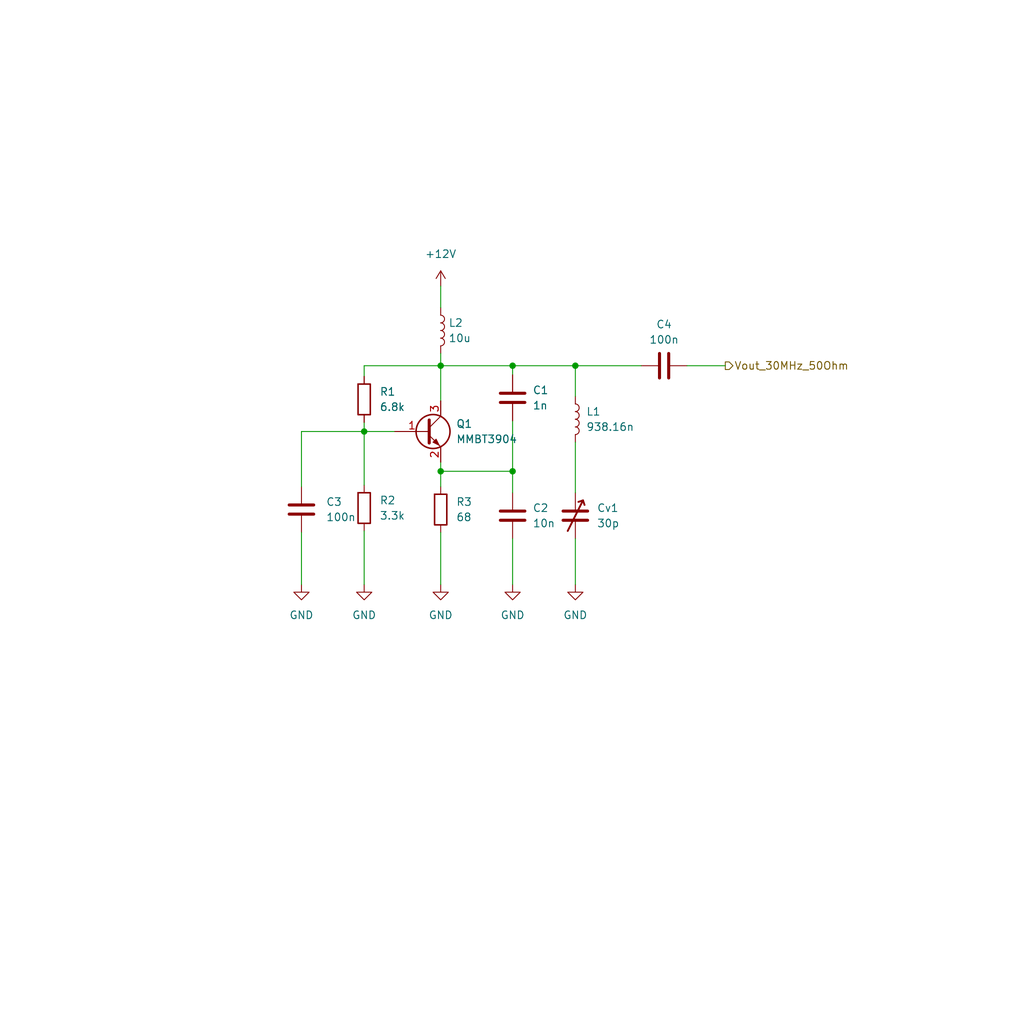
<source format=kicad_sch>
(kicad_sch (version 20211123) (generator eeschema)
  (paper "User" 170.002 170.002)
  (lib_symbols
    (symbol "Device:C" (pin_numbers hide) (pin_names (offset 0.254))
      (property "Reference" "C" (at 0.635 2.54 0))
      (property "Value" "C" (at 0.635 -2.54 0))
      (symbol "C_0_1"
        (polyline (pts (xy -2.032 -0.762) (xy 2.032 -0.762)) (stroke (width 0.508)))
        (polyline (pts (xy -2.032 0.762) (xy 2.032 0.762)) (stroke (width 0.508)))
      )
      (symbol "C_1_1"
        (pin passive line (at 0 3.81 270) (length 2.794) (name "~") (number "1"))
        (pin passive line (at 0 -3.81 90) (length 2.794) (name "~") (number "2"))
      )
    )
    (symbol "Device:C_Variable" (pin_numbers hide) (pin_names (offset 0.254) hide)
      (property "Reference" "C" (at 0.635 -1.905 0))
      (property "Value" "C_Variable" (at 0.635 -3.81 0))
      (symbol "C_Variable_0_1"
        (polyline (pts (xy -2.032 -0.762) (xy 2.032 -0.762)) (stroke (width 0.508)))
        (polyline (pts (xy -2.032 0.762) (xy 2.032 0.762)) (stroke (width 0.508)))
        (polyline (pts (xy 1.27 2.54) (xy -1.27 -2.54)) (stroke (width 0.3048)))
        (polyline (pts (xy 1.27 2.54) (xy 0.508 2.286)) (stroke (width 0.3048)))
        (polyline (pts (xy 1.27 2.54) (xy 1.524 1.778)) (stroke (width 0.3048)))
      )
      (symbol "C_Variable_1_1"
        (pin passive line (at 0 3.81 270) (length 3.048) (name "~") (number "1"))
        (pin passive line (at 0 -3.81 90) (length 3.048) (name "~") (number "2"))
      )
    )
    (symbol "Device:L" (pin_numbers hide) (pin_names (offset 1.016) hide)
      (property "Reference" "L" (at -1.27 0 90))
      (property "Value" "L" (at 1.905 0 90))
      (symbol "L_0_1"
        (arc (start 0 -2.54) (mid 0.635 -1.905) (end 0 -1.27))
        (arc (start 0 -1.27) (mid 0.635 -0.635) (end 0 0))
        (arc (start 0 0) (mid 0.635 0.635) (end 0 1.27))
        (arc (start 0 1.27) (mid 0.635 1.905) (end 0 2.54))
      )
      (symbol "L_1_1"
        (pin passive line (at 0 3.81 270) (length 1.27) (name "1") (number "1"))
        (pin passive line (at 0 -3.81 90) (length 1.27) (name "2") (number "2"))
      )
    )
    (symbol "Device:Q_NPN_BEC" (pin_names (offset 0) hide)
      (property "Reference" "Q" (at 5.08 1.27 0))
      (property "Value" "Q_NPN_BEC" (at 5.08 -1.27 0))
      (symbol "Q_NPN_BEC_0_1"
        (polyline (pts (xy 0.635 0.635) (xy 2.54 2.54)))
        (polyline (pts (xy 0.635 -0.635) (xy 2.54 -2.54) (xy 2.54 -2.54)))
        (polyline (pts (xy 0.635 1.905) (xy 0.635 -1.905) (xy 0.635 -1.905)) (stroke (width 0.508)))
        (polyline (pts (xy 1.27 -1.778) (xy 1.778 -1.27) (xy 2.286 -2.286) (xy 1.27 -1.778) (xy 1.27 -1.778)) (fill (type outline)))
        (circle (center 1.27 0) (radius 2.8194) (stroke (width 0.254)))
      )
      (symbol "Q_NPN_BEC_1_1"
        (pin input line (at -5.08 0 0) (length 5.715) (name "B") (number "1"))
        (pin passive line (at 2.54 -5.08 90) (length 2.54) (name "E") (number "2"))
        (pin passive line (at 2.54 5.08 270) (length 2.54) (name "C") (number "3"))
      )
    )
    (symbol "Device:R" (pin_numbers hide) (pin_names (offset 0))
      (property "Reference" "R" (at 2.032 0 90))
      (property "Value" "R" (at 0 0 90))
      (symbol "R_0_1"
        (rectangle (start -1.016 -2.54) (end 1.016 2.54) (stroke (width 0.254)))
      )
      (symbol "R_1_1"
        (pin passive line (at 0 3.81 270) (length 1.27) (name "~") (number "1"))
        (pin passive line (at 0 -3.81 90) (length 1.27) (name "~") (number "2"))
      )
    )
    (symbol "power:+12V" (power) (pin_names (offset 0))
      (property "Value" "+12V" (at 0 3.556 0))
      (symbol "+12V_0_1"
        (polyline (pts (xy -0.762 1.27) (xy 0 2.54)))
        (polyline (pts (xy 0 0) (xy 0 2.54)))
        (polyline (pts (xy 0 2.54) (xy 0.762 1.27)))
      )
      (symbol "+12V_1_1"
        (pin power_in line (at 0 0 90) (length 0) hide (name "+12V") (number "1"))
      )
    )
    (symbol "power:GND" (power) (pin_names (offset 0))
      (property "Value" "GND" (at 0 -3.81 0))
      (symbol "GND_0_1"
        (polyline (pts (xy 0 0) (xy 0 -1.27) (xy 1.27 -1.27) (xy 0 -2.54) (xy -1.27 -1.27) (xy 0 -1.27)))
      )
      (symbol "GND_1_1"
        (pin power_in line (at 0 0 270) (length 0) hide (name "GND") (number "1"))
      )
    )
  )
  (junction (at 73.152 78.232))
  (junction (at 95.504 60.706))
  (junction (at 85.09 78.232))
  (junction (at 73.152 60.706))
  (junction (at 60.452 71.628))
  (junction (at 85.09 60.706))
  (wire (pts (xy 95.504 97.028) (xy 95.504 89.408)))
  (wire (pts (xy 73.152 88.392) (xy 73.152 97.028)))
  (wire (pts (xy 50.038 88.392) (xy 50.038 97.028)))
  (wire (pts (xy 60.452 88.138) (xy 60.452 97.028)))
  (wire (pts (xy 95.504 81.788) (xy 95.504 73.406)))
  (wire (pts (xy 73.152 60.706) (xy 73.152 66.548)))
  (wire (pts (xy 60.452 71.628) (xy 60.452 80.518)))
  (wire (pts (xy 73.152 78.232) (xy 73.152 80.772)))
  (wire (pts (xy 114.046 60.706) (xy 120.396 60.706)))
  (wire (pts (xy 60.452 70.104) (xy 60.452 71.628)))
  (wire (pts (xy 95.504 65.786) (xy 95.504 60.706)))
  (wire (pts (xy 60.452 60.706) (xy 73.152 60.706)))
  (wire (pts (xy 85.09 89.408) (xy 85.09 97.028)))
  (wire (pts (xy 85.09 69.85) (xy 85.09 78.232)))
  (wire (pts (xy 85.09 78.232) (xy 85.09 81.788)))
  (wire (pts (xy 60.452 71.628) (xy 65.532 71.628)))
  (wire (pts (xy 85.09 60.706) (xy 85.09 62.23)))
  (wire (pts (xy 95.504 60.706) (xy 85.09 60.706)))
  (wire (pts (xy 73.152 76.708) (xy 73.152 78.232)))
  (wire (pts (xy 50.038 80.772) (xy 50.038 71.628)))
  (wire (pts (xy 73.152 58.674) (xy 73.152 60.706)))
  (wire (pts (xy 73.152 47.498) (xy 73.152 51.054)))
  (wire (pts (xy 60.452 60.706) (xy 60.452 62.484)))
  (wire (pts (xy 73.152 78.232) (xy 85.09 78.232)))
  (wire (pts (xy 95.504 60.706) (xy 106.426 60.706)))
  (wire (pts (xy 50.038 71.628) (xy 60.452 71.628)))
  (wire (pts (xy 73.152 60.706) (xy 85.09 60.706)))
  (hierarchical_label "Vout_30MHz_50Ohm" (shape output) (at 120.396 60.706 0))
  (symbol (lib_id "power:+12V") (at 73.152 47.498 0) (unit 1)
    (property "Reference" "#PWR0107" (effects hide))
    (property "Value" "+12V" (at 73.152 42.164 0))
  )
  (symbol (lib_id "power:GND") (at 95.504 97.028 0) (unit 1)
    (property "Reference" "#PWR0105" (effects hide))
    (property "Value" "GND" (at 95.504 102.108 0))
  )
  (symbol (lib_id "Device:R") (at 60.452 66.294 0) (unit 1)
    (property "Reference" "R1" (at 62.992 65.0239 0) (effects (justify left)))
    (property "Value" "6.8k" (at 62.992 67.5639 0) (effects (justify left)))
    (property "Footprint" "Resistor_SMD:R_1206_3216Metric_Pad1.30x1.75mm_HandSolder" (effects hide))
  )
  (symbol (lib_id "Device:C") (at 85.09 66.04 0) (unit 1)
    (property "Reference" "C1" (at 88.392 64.7699 0) (effects (justify left)))
    (property "Value" "1n" (at 88.392 67.3099 0) (effects (justify left)))
    (property "Footprint" "Capacitor_SMD:C_0805_2012Metric_Pad1.18x1.45mm_HandSolder" (effects hide))
  )
  (symbol (lib_id "power:GND") (at 73.152 97.028 0) (unit 1)
    (property "Reference" "#PWR0103" (effects hide))
    (property "Value" "GND" (at 73.152 102.108 0))
  )
  (symbol (lib_id "Device:C") (at 85.09 85.598 0) (unit 1)
    (property "Reference" "C2" (at 88.392 84.3279 0) (effects (justify left)))
    (property "Value" "10n" (at 88.392 86.8679 0) (effects (justify left)))
    (property "Footprint" "Capacitor_SMD:C_0805_2012Metric_Pad1.18x1.45mm_HandSolder" (effects hide))
  )
  (symbol (lib_id "power:GND") (at 50.038 97.028 0) (unit 1)
    (property "Reference" "#PWR0102" (effects hide))
    (property "Value" "GND" (at 50.038 102.108 0))
  )
  (symbol (lib_id "Device:R") (at 60.452 84.328 0) (unit 1)
    (property "Reference" "R2" (at 62.992 83.0579 0) (effects (justify left)))
    (property "Value" "3.3k" (at 62.992 85.5979 0) (effects (justify left)))
    (property "Footprint" "Resistor_SMD:R_1206_3216Metric_Pad1.30x1.75mm_HandSolder" (effects hide))
  )
  (symbol (lib_id "Device:Q_NPN_BEC") (at 70.612 71.628 0) (unit 1)
    (property "Reference" "Q1" (at 75.692 70.3579 0) (effects (justify left)))
    (property "Value" "MMBT3904" (at 75.692 72.8979 0) (effects (justify left)))
    (property "Footprint" "Package_TO_SOT_SMD:SOT-23" (effects hide))
    (property "Datasheet" "https://www.sigmaelectronica.net/manuals/MMBT3904.pdf" (effects hide))
  )
  (symbol (lib_id "Device:C") (at 50.038 84.582 0) (unit 1)
    (property "Reference" "C3" (at 54.102 83.3119 0) (effects (justify left)))
    (property "Value" "100n" (at 54.102 85.8519 0) (effects (justify left)))
    (property "Footprint" "Capacitor_SMD:C_0805_2012Metric_Pad1.18x1.45mm_HandSolder" (effects hide))
  )
  (symbol (lib_id "power:GND") (at 60.452 97.028 0) (unit 1)
    (property "Reference" "#PWR0101" (effects hide))
    (property "Value" "GND" (at 60.452 102.108 0))
  )
  (symbol (lib_id "Device:L") (at 73.152 54.864 0) (unit 1)
    (property "Reference" "L2" (at 74.422 53.5939 0) (effects (justify left)))
    (property "Value" "10u" (at 74.422 56.1339 0) (effects (justify left)))
    (property "Footprint" "inductors:T-130" (effects hide))
  )
  (symbol (lib_id "Device:L") (at 95.504 69.596 0) (unit 1)
    (property "Reference" "L1" (at 97.282 68.3259 0) (effects (justify left)))
    (property "Value" "938.16n" (at 97.282 70.8659 0) (effects (justify left)))
    (property "Footprint" "inductors:air_core_1cm" (effects hide))
  )
  (symbol (lib_id "Device:C") (at 110.236 60.706 90) (unit 1)
    (property "Reference" "C4" (at 110.236 53.848 90))
    (property "Value" "100n" (at 110.236 56.388 90))
    (property "Footprint" "Capacitor_SMD:C_0805_2012Metric_Pad1.18x1.45mm_HandSolder" (effects hide))
  )
  (symbol (lib_id "Device:C_Variable") (at 95.504 85.598 0) (unit 1)
    (property "Reference" "Cv1" (at 99.06 84.3279 0) (effects (justify left)))
    (property "Value" "30p" (at 99.06 86.8679 0) (effects (justify left)))
    (property "Footprint" "capacitors:variable_cap" (effects hide))
  )
  (symbol (lib_id "power:GND") (at 85.09 97.028 0) (unit 1)
    (property "Reference" "#PWR0106" (effects hide))
    (property "Value" "GND" (at 85.09 102.108 0))
  )
  (symbol (lib_id "Device:R") (at 73.152 84.582 0) (unit 1)
    (property "Reference" "R3" (at 75.692 83.3119 0) (effects (justify left)))
    (property "Value" "68" (at 75.692 85.8519 0) (effects (justify left)))
    (property "Footprint" "Resistor_SMD:R_1206_3216Metric_Pad1.30x1.75mm_HandSolder" (effects hide))
  )
)
</source>
